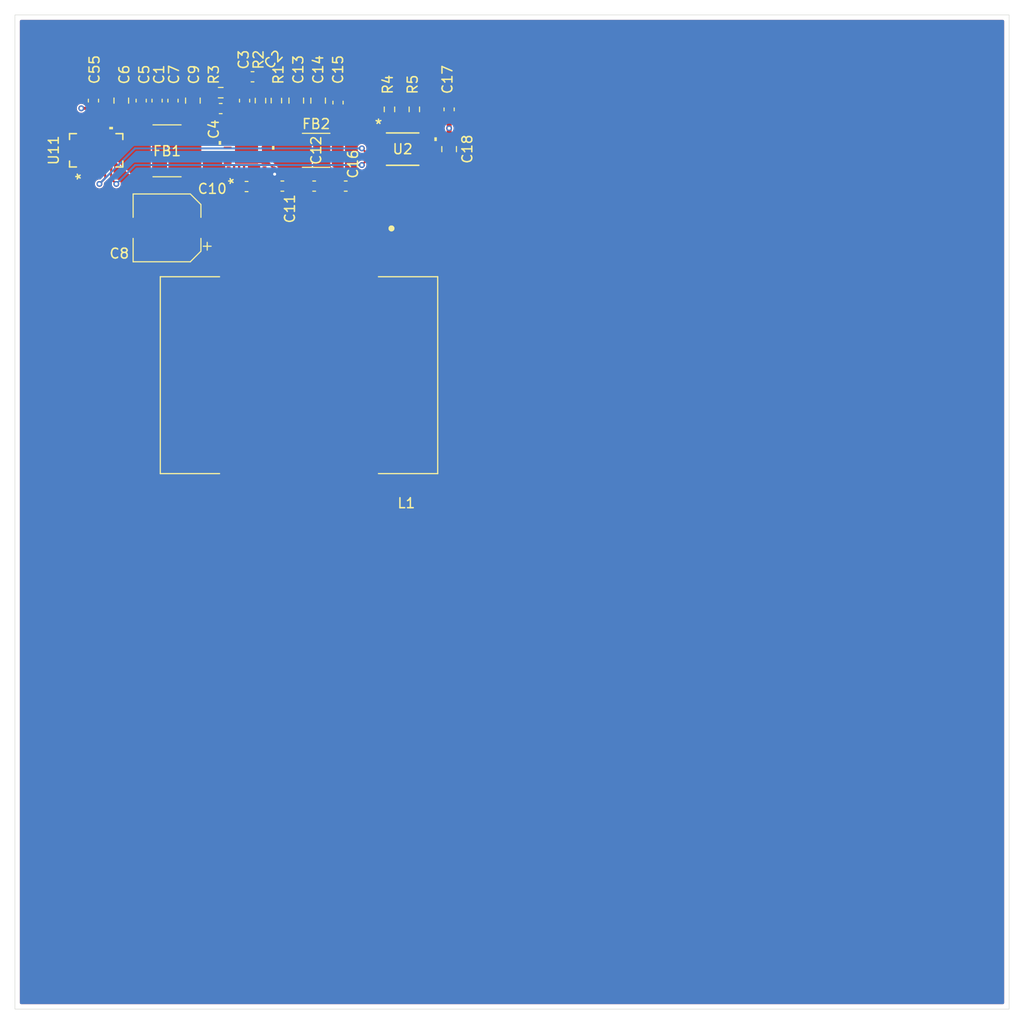
<source format=kicad_pcb>
(kicad_pcb (version 20241229) (generator "pcbnew") (generator_version "9.0")
  (layers (0 "F.Cu" power) (4 "In1.Cu" signal) (6 "In2.Cu" signal) (2 "B.Cu" power) (13 "F.Paste" user) (15 "B.Paste" user) (5 "F.SilkS" user "F.Silkscreen") (7 "B.SilkS" user "B.Silkscreen") (1 "F.Mask" user) (3 "B.Mask" user) (25 "Edge.Cuts" user))
  (net 0 "")
  (net 1 "GND")
  (net 2 "/Main/boost_a_frontend/PANEL_IN")
  (net 3 "Net-(C2-Pad2)")
  (net 4 "Net-(U1-SS)")
  (net 5 "/Main/boost_a_frontend/INTVCC")
  (net 6 "Net-(U1-VIN)")
  (net 7 "Net-(U1-BST)")
  (net 8 "Net-(C10-Pad1)")
  (net 9 "/Main/boost_a_frontend/Vout")
  (net 10 "/Main/boost_a_control/VOUT_IN")
  (net 11 "+5V")
  (net 12 "Net-(U1-RT)")
  (net 13 "Net-(U1-VC)")
  (net 14 "Net-(U1-VSET1)")
  (net 15 "/Main/SX_B.FB")
  (net 16 "Net-(U2-B)")
  (net 17 "/Main/SDA")
  (net 18 "/Main/SCL")
  (net 20 "/Main/SX_B.EN")
  (net 21 "/Main/SX_B.PGOOD")
  (net 26 "/Main/boost_a_in_sns/IN")
  (net 27 "Net-(U11-IN-)")
  (net 28 "Net-(U11-IN+)")
  (net 29 "/Main/boost_a_in_sns/PANEL_IN_ALERT")
  (footprint "Capacitor_SMD:C_0603_1608Metric" (layer "F.Cu") (at 127.5 53.32 90)
    (property "Reference" "C15" (at 3.32 0 90) (layer "F.SilkS"))
    (property "Value" "100nF")
    (fp_line (start -0.14058 -0.51) (end 0.14058 -0.51) (stroke (width 0.12)) (layer "F.SilkS"))
    (fp_line (start -0.14058 0.51) (end 0.14058 0.51) (stroke (width 0.12)) (layer "F.SilkS"))
    (pad "1" smd roundrect (at -0.775 0 90) (size 0.9 0.95) (layers "F.Cu" "F.Mask" "F.Paste") (net 10 "/Main/boost_a_control/VOUT_IN"))
    (pad "2" smd roundrect (at 0.775 0 90) (size 0.9 0.95) (layers "F.Cu" "F.Mask" "F.Paste") (net 1 "GND"))
  )
  (footprint "Capacitor_SMD:C_0805_2012Metric" (layer "F.Cu") (at 105.7 53.12 -90)
    (property "Reference" "C6" (at -2.62 -0.3 90) (layer "F.SilkS"))
    (property "Value" "10uF")
    (fp_line (start -0.261252 0.735) (end 0.261252 0.735) (stroke (width 0.12)) (layer "F.SilkS"))
    (fp_line (start -0.261252 -0.735) (end 0.261252 -0.735) (stroke (width 0.12)) (layer "F.SilkS"))
    (pad "1" smd roundrect (at -0.95 0 270) (size 1 1.45) (layers "F.Cu" "F.Mask" "F.Paste") (net 1 "GND"))
    (pad "2" smd roundrect (at 0.95 0 270) (size 1 1.45) (layers "F.Cu" "F.Mask" "F.Paste") (net 2 "/Main/boost_a_frontend/PANEL_IN"))
  )
  (footprint "Capacitor_SMD:C_0603_1608Metric" (layer "F.Cu") (at 115.7 53.92 180)
    (property "Reference" "C4" (at 0.7 -2.08 270) (layer "F.SilkS"))
    (property "Value" "2.2uF")
    (fp_line (start -0.14058 0.51) (end 0.14058 0.51) (stroke (width 0.12)) (layer "F.SilkS"))
    (fp_line (start -0.14058 -0.51) (end 0.14058 -0.51) (stroke (width 0.12)) (layer "F.SilkS"))
    (pad "1" smd roundrect (at -0.775 0 180) (size 0.9 0.95) (layers "F.Cu" "F.Mask" "F.Paste") (net 1 "GND"))
    (pad "2" smd roundrect (at 0.775 0 180) (size 0.9 0.95) (layers "F.Cu" "F.Mask" "F.Paste") (net 5 "/Main/boost_a_frontend/INTVCC"))
  )
  (footprint "Capacitor_SMD:C_2220_5750Metric" (layer "F.Cu") (at 110.3 58.17)
    (property "Reference" "FB1" (at 0 0.03 0) (layer "F.SilkS"))
    (property "Value" "FerriteBead")
    (fp_line (start -1.415748 -2.61) (end 1.415748 -2.61) (stroke (width 0.12)) (layer "F.SilkS"))
    (fp_line (start -1.415748 2.61) (end 1.415748 2.61) (stroke (width 0.12)) (layer "F.SilkS"))
    (pad "1" smd roundrect (at -2.55 0) (size 1.8 5.4) (layers "F.Cu" "F.Mask" "F.Paste") (roundrect_rratio 0.138889) (net 2 "/Main/boost_a_frontend/PANEL_IN"))
    (pad "2" smd roundrect (at 2.55 0) (size 1.8 5.4) (layers "F.Cu" "F.Mask" "F.Paste") (roundrect_rratio 0.138889) (net 6 "Net-(U1-VIN)"))
  )
  (footprint "Capacitor_SMD:C_0603_1608Metric" (layer "F.Cu") (at 102.9 53.12 -90)
    (property "Reference" "C55" (at -3.12 -0.1 90) (layer "F.SilkS"))
    (property "Value" "100nF")
    (fp_line (start -0.14058 0.51) (end 0.14058 0.51) (stroke (width 0.12)) (layer "F.SilkS"))
    (fp_line (start -0.14058 -0.51) (end 0.14058 -0.51) (stroke (width 0.12)) (layer "F.SilkS"))
    (pad "1" smd roundrect (at -0.775 0 270) (size 0.9 0.95) (layers "F.Cu" "F.Mask" "F.Paste") (net 1 "GND"))
    (pad "2" smd roundrect (at 0.775 0 270) (size 0.9 0.95) (layers "F.Cu" "F.Mask" "F.Paste") (net 11 "+5V"))
  )
  (footprint "Capacitor_SMD:CP_Elec_6.3x5.8" (layer "F.Cu") (at 110.3 65.92 180)
    (property "Reference" "C8" (at 4.8 -2.58 0) (layer "F.SilkS"))
    (property "Value" "33uF")
    (fp_line (start 3.41 3.41) (end 3.41 1.06) (stroke (width 0.12)) (layer "F.SilkS"))
    (fp_line (start 3.41 -3.41) (end 3.41 -1.06) (stroke (width 0.12)) (layer "F.SilkS"))
    (fp_line (start -2.345563 3.41) (end 3.41 3.41) (stroke (width 0.12)) (layer "F.SilkS"))
    (fp_line (start -2.345563 -3.41) (end 3.41 -3.41) (stroke (width 0.12)) (layer "F.SilkS"))
    (fp_line (start -3.41 2.345563) (end -2.345563 3.41) (stroke (width 0.12)) (layer "F.SilkS"))
    (fp_line (start -3.41 2.345563) (end -3.41 1.06) (stroke (width 0.12)) (layer "F.SilkS"))
    (fp_line (start -3.41 -2.345563) (end -2.345563 -3.41) (stroke (width 0.12)) (layer "F.SilkS"))
    (fp_line (start -3.41 -2.345563) (end -3.41 -1.06) (stroke (width 0.12)) (layer "F.SilkS"))
    (fp_line (start -4.04375 -2.24125) (end -4.04375 -1.45375) (stroke (width 0.12)) (layer "F.SilkS"))
    (fp_line (start -4.4375 -1.8475) (end -3.65 -1.8475) (stroke (width 0.12)) (layer "F.SilkS"))
    (pad "1" smd roundrect (at -2.7 0 180) (size 3.5 1.6) (layers "F.Cu" "F.Mask" "F.Paste") (roundrect_rratio 0.15625) (net 6 "Net-(U1-VIN)"))
    (pad "2" smd roundrect (at 2.7 0 180) (size 3.5 1.6) (layers "F.Cu" "F.Mask" "F.Paste") (roundrect_rratio 0.15625) (net 1 "GND"))
  )
  (footprint "Capacitor_SMD:C_0603_1608Metric" (layer "F.Cu") (at 118.1 53.12 -90)
    (property "Reference" "C3" (at -4.12 0.1 90) (layer "F.SilkS"))
    (property "Value" "100nF")
    (fp_line (start -0.14058 0.51) (end 0.14058 0.51) (stroke (width 0.12)) (layer "F.SilkS"))
    (fp_line (start -0.14058 -0.51) (end 0.14058 -0.51) (stroke (width 0.12)) (layer "F.SilkS"))
    (pad "1" smd roundrect (at -0.775 0 270) (size 0.9 0.95) (layers "F.Cu" "F.Mask" "F.Paste") (net 1 "GND"))
    (pad "2" smd roundrect (at 0.775 0 270) (size 0.9 0.95) (layers "F.Cu" "F.Mask" "F.Paste") (net 4 "Net-(U1-SS)"))
  )
  (footprint "Capacitor_SMD:C_0603_1608Metric" (layer "F.Cu") (at 110.9 53.12 -90)
    (property "Reference" "C7" (at -2.62 -0.1 90) (layer "F.SilkS"))
    (property "Value" "100nF")
    (fp_line (start -0.14058 0.51) (end 0.14058 0.51) (stroke (width 0.12)) (layer "F.SilkS"))
    (fp_line (start -0.14058 -0.51) (end 0.14058 -0.51) (stroke (width 0.12)) (layer "F.SilkS"))
    (pad "1" smd roundrect (at -0.775 0 270) (size 0.9 0.95) (layers "F.Cu" "F.Mask" "F.Paste") (net 1 "GND"))
    (pad "2" smd roundrect (at 0.775 0 270) (size 0.9 0.95) (layers "F.Cu" "F.Mask" "F.Paste") (net 6 "Net-(U1-VIN)"))
  )
  (footprint "Capacitor_SMD:C_0603_1608Metric" (layer "F.Cu") (at 107.7 53.12 -90)
    (property "Reference" "C5" (at -2.62 -0.3 90) (layer "F.SilkS"))
    (property "Value" "100nF")
    (fp_line (start -0.14058 0.51) (end 0.14058 0.51) (stroke (width 0.12)) (layer "F.SilkS"))
    (fp_line (start -0.14058 -0.51) (end 0.14058 -0.51) (stroke (width 0.12)) (layer "F.SilkS"))
    (pad "1" smd roundrect (at -0.775 0 270) (size 0.9 0.95) (layers "F.Cu" "F.Mask" "F.Paste") (net 1 "GND"))
    (pad "2" smd roundrect (at 0.775 0 270) (size 0.9 0.95) (layers "F.Cu" "F.Mask" "F.Paste") (net 2 "/Main/boost_a_frontend/PANEL_IN"))
  )
  (footprint "Capacitor_SMD:C_0805_2012Metric" (layer "F.Cu") (at 125.5 53.12 -90)
    (property "Reference" "C14" (at -3.12 0 90) (layer "F.SilkS"))
    (property "Value" "10uF")
    (fp_line (start -0.261252 0.735) (end 0.261252 0.735) (stroke (width 0.12)) (layer "F.SilkS"))
    (fp_line (start -0.261252 -0.735) (end 0.261252 -0.735) (stroke (width 0.12)) (layer "F.SilkS"))
    (pad "1" smd roundrect (at -0.95 0 270) (size 1 1.45) (layers "F.Cu" "F.Mask" "F.Paste") (net 1 "GND"))
    (pad "2" smd roundrect (at 0.95 0 270) (size 1 1.45) (layers "F.Cu" "F.Mask" "F.Paste") (net 9 "/Main/boost_a_frontend/Vout"))
  )
  (footprint "Capacitor_SMD:C_0603_1608Metric" (layer "F.Cu") (at 109.3 53.12 -90)
    (property "Reference" "C1" (at -2.62 -0.2 90) (layer "F.SilkS"))
    (property "Value" "220pF")
    (fp_line (start -0.14058 0.51) (end 0.14058 0.51) (stroke (width 0.12)) (layer "F.SilkS"))
    (fp_line (start -0.14058 -0.51) (end 0.14058 -0.51) (stroke (width 0.12)) (layer "F.SilkS"))
    (pad "1" smd roundrect (at -0.775 0 270) (size 0.9 0.95) (layers "F.Cu" "F.Mask" "F.Paste") (net 1 "GND"))
    (pad "2" smd roundrect (at 0.775 0 270) (size 0.9 0.95) (layers "F.Cu" "F.Mask" "F.Paste") (net 2 "/Main/boost_a_frontend/PANEL_IN"))
  )
  (footprint "Capacitor_SMD:C_0603_1608Metric" (layer "F.Cu") (at 138.674999 54 90)
    (property "Reference" "C17" (at 3 -0.174999 90) (layer "F.SilkS"))
    (property "Value" "100nF")
    (fp_line (start -0.14058 -0.51) (end 0.14058 -0.51) (stroke (width 0.12)) (layer "F.SilkS"))
    (fp_line (start -0.14058 0.51) (end 0.14058 0.51) (stroke (width 0.12)) (layer "F.SilkS"))
    (pad "1" smd roundrect (at -0.775 0 90) (size 0.9 0.95) (layers "F.Cu" "F.Mask" "F.Paste") (net 11 "+5V"))
    (pad "2" smd roundrect (at 0.775 0 90) (size 0.9 0.95) (layers "F.Cu" "F.Mask" "F.Paste") (net 1 "GND"))
  )
  (footprint "Capacitor_SMD:C_0805_2012Metric" (layer "F.Cu") (at 112.9 53.12 -90)
    (property "Reference" "C9" (at -2.62 -0.1 90) (layer "F.SilkS"))
    (property "Value" "10uF")
    (fp_line (start -0.261252 0.735) (end 0.261252 0.735) (stroke (width 0.12)) (layer "F.SilkS"))
    (fp_line (start -0.261252 -0.735) (end 0.261252 -0.735) (stroke (width 0.12)) (layer "F.SilkS"))
    (pad "1" smd roundrect (at -0.95 0 270) (size 1 1.45) (layers "F.Cu" "F.Mask" "F.Paste") (net 1 "GND"))
    (pad "2" smd roundrect (at 0.95 0 270) (size 1 1.45) (layers "F.Cu" "F.Mask" "F.Paste") (net 6 "Net-(U1-VIN)"))
  )
  (footprint "Capacitor_SMD:C_0805_2012Metric" (layer "F.Cu") (at 138.674999 58 -90)
    (property "Reference" "C18" (at 0 -1.825001 90) (layer "F.SilkS"))
    (property "Value" "10uF")
    (fp_line (start -0.261252 0.735) (end 0.261252 0.735) (stroke (width 0.12)) (layer "F.SilkS"))
    (fp_line (start -0.261252 -0.735) (end 0.261252 -0.735) (stroke (width 0.12)) (layer "F.SilkS"))
    (pad "1" smd roundrect (at -0.95 0 270) (size 1 1.45) (layers "F.Cu" "F.Mask" "F.Paste") (net 11 "+5V"))
    (pad "2" smd roundrect (at 0.95 0 270) (size 1 1.45) (layers "F.Cu" "F.Mask" "F.Paste") (net 1 "GND"))
  )
  (footprint "Capacitor_SMD:C_0603_1608Metric" (layer "F.Cu") (at 125.1 61.72)
    (property "Reference" "C12" (at 0.2 -3.6 90) (layer "F.SilkS"))
    (property "Value" "100nF")
    (fp_line (start -0.14058 -0.51) (end 0.14058 -0.51) (stroke (width 0.12)) (layer "F.SilkS"))
    (fp_line (start -0.14058 0.51) (end 0.14058 0.51) (stroke (width 0.12)) (layer "F.SilkS"))
    (pad "1" smd roundrect (at -0.775 0) (size 0.9 0.95) (layers "F.Cu" "F.Mask" "F.Paste") (net 9 "/Main/boost_a_frontend/Vout"))
    (pad "2" smd roundrect (at 0.775 0) (size 0.9 0.95) (layers "F.Cu" "F.Mask" "F.Paste") (net 1 "GND"))
  )
  (footprint "Resistor_SMD:R_0603_1608Metric" (layer "F.Cu") (at 121.3 53.12 -90)
    (property "Reference" "R1" (at -2.62 -0.2 90) (layer "F.SilkS"))
    (property "Value" "31.6k")
    (fp_line (start -0.237258 0.5225) (end 0.237258 0.5225) (stroke (width 0.12)) (layer "F.SilkS"))
    (fp_line (start -0.237258 -0.5225) (end 0.237258 -0.5225) (stroke (width 0.12)) (layer "F.SilkS"))
    (pad "1" smd roundrect (at -0.825 0 270) (size 0.8 0.95) (layers "F.Cu" "F.Mask" "F.Paste") (net 1 "GND"))
    (pad "2" smd roundrect (at 0.825 0 270) (size 0.8 0.95) (layers "F.Cu" "F.Mask" "F.Paste") (net 12 "Net-(U1-RT)"))
  )
  (footprint "_PowerBoard:IND_SER2918H-333KL" (layer "F.Cu") (at 123.575 80.275 180)
    (property "Reference" "L1" (at -10.795 -13.335 180) (layer "F.SilkS"))
    (property "Value" "33uH")
    (fp_line (start 13.95 9.44) (end 7.99 9.44) (stroke (width 0.127)) (layer "F.SilkS"))
    (fp_line (start 13.95 -10.36) (end 13.95 9.44) (stroke (width 0.127)) (layer "F.SilkS"))
    (fp_line (start 7.99 -10.36) (end 13.95 -10.36) (stroke (width 0.127)) (layer "F.SilkS"))
    (fp_line (start -7.99 9.44) (end -13.95 9.44) (stroke (width 0.127)) (layer "F.SilkS"))
    (fp_line (start -13.95 9.44) (end -13.95 -10.36) (stroke (width 0.127)) (layer "F.SilkS"))
    (fp_line (start -13.95 -10.36) (end -7.99 -10.36) (stroke (width 0.127)) (layer "F.SilkS"))
    (fp_circle (center -9.3 14.3) (end -9.15 14.3) (stroke (width 0.3)) (fill no) (layer "F.SilkS"))
    (fp_circle (center -9.3 14.3) (end -9.15 14.3) (stroke (width 0.3)) (fill no) (layer "F.SilkS"))
    (pad "1" smd rect (at -5.075 14.355 180) (size 5.33 5.59) (layers "F.Cu" "F.Mask" "F.Paste") (net 6 "Net-(U1-VIN)"))
    (pad "2" smd rect (at 5.075 14.355 180) (size 5.33 5.59) (layers "F.Cu" "F.Mask" "F.Paste") (net 8 "Net-(C10-Pad1)"))
    (pad "3" smd rect (at 0 -7.72 180) (size 6.35 5.28) (layers "F.Cu" "F.Mask" "F.Paste"))
  )
  (footprint "Capacitor_SMD:C_0603_1608Metric" (layer "F.Cu") (at 121.9 61.72 180)
    (property "Reference" "C11" (at -0.756897 -2.28 90) (layer "F.SilkS"))
    (property "Value" "100nF")
    (fp_line (start -0.14058 0.51) (end 0.14058 0.51) (stroke (width 0.12)) (layer "F.SilkS"))
    (fp_line (start -0.14058 -0.51) (end 0.14058 -0.51) (stroke (width 0.12)) (layer "F.SilkS"))
    (pad "1" smd roundrect (at -0.775 0 180) (size 0.9 0.95) (layers "F.Cu" "F.Mask" "F.Paste") (net 9 "/Main/boost_a_frontend/Vout"))
    (pad "2" smd roundrect (at 0.775 0 180) (size 0.9 0.95) (layers "F.Cu" "F.Mask" "F.Paste") (net 1 "GND"))
  )
  (footprint "Resistor_SMD:R_0603_1608Metric" (layer "F.Cu") (at 135.174999 54 90)
    (property "Reference" "R5" (at 2.5 -0.174999 90) (layer "F.SilkS"))
    (property "Value" "274k")
    (fp_line (start -0.237258 -0.5225) (end 0.237258 -0.5225) (stroke (width 0.12)) (layer "F.SilkS"))
    (fp_line (start -0.237258 0.5225) (end 0.237258 0.5225) (stroke (width 0.12)) (layer "F.SilkS"))
    (pad "1" smd roundrect (at -0.825 0 90) (size 0.8 0.95) (layers "F.Cu" "F.Mask" "F.Paste") (net 16 "Net-(U2-B)"))
    (pad "2" smd roundrect (at 0.825 0 90) (size 0.8 0.95) (layers "F.Cu" "F.Mask" "F.Paste") (net 1 "GND"))
  )
  (footprint "Resistor_SMD:R_0603_1608Metric" (layer "F.Cu") (at 132.674999 54 90)
    (property "Reference" "R4" (at 2.5 -0.174999 90) (layer "F.SilkS"))
    (property "Value" "15k")
    (fp_line (start -0.237258 -0.5225) (end 0.237258 -0.5225) (stroke (width 0.12)) (layer "F.SilkS"))
    (fp_line (start -0.237258 0.5225) (end 0.237258 0.5225) (stroke (width 0.12)) (layer "F.SilkS"))
    (pad "1" smd roundrect (at -0.825 0 90) (size 0.8 0.95) (layers "F.Cu" "F.Mask" "F.Paste") (net 15 "/Main/SX_B.FB"))
    (pad "2" smd roundrect (at 0.825 0 90) (size 0.8 0.95) (layers "F.Cu" "F.Mask" "F.Paste") (net 10 "/Main/boost_a_control/VOUT_IN"))
  )
  (footprint "Inductor_SMD:L_1812_4532Metric" (layer "F.Cu") (at 125.3 58.12)
    (property "Reference" "FB2" (at 0 -2.65 0) (layer "F.SilkS"))
    (property "Value" "74279252")
    (fp_line (start -1.386252 -1.71) (end 1.386252 -1.71) (stroke (width 0.12)) (layer "F.SilkS"))
    (fp_line (start -1.386252 1.71) (end 1.386252 1.71) (stroke (width 0.12)) (layer "F.SilkS"))
    (pad "1" smd roundrect (at -2.1375 0) (size 1.125 3.4) (layers "F.Cu" "F.Mask" "F.Paste") (roundrect_rratio 0.222222) (net 9 "/Main/boost_a_frontend/Vout"))
    (pad "2" smd roundrect (at 2.1375 0) (size 1.125 3.4) (layers "F.Cu" "F.Mask" "F.Paste") (roundrect_rratio 0.222222) (net 10 "/Main/boost_a_control/VOUT_IN"))
  )
  (footprint "Resistor_SMD:R_0603_1608Metric" (layer "F.Cu") (at 119.7 53.12 -90)
    (property "Reference" "R2" (at -4.12 0.2 90) (layer "F.SilkS"))
    (property "Value" "60.4k")
    (fp_line (start -0.237258 0.5225) (end 0.237258 0.5225) (stroke (width 0.12)) (layer "F.SilkS"))
    (fp_line (start -0.237258 -0.5225) (end 0.237258 -0.5225) (stroke (width 0.12)) (layer "F.SilkS"))
    (pad "1" smd roundrect (at -0.825 0 270) (size 0.8 0.95) (layers "F.Cu" "F.Mask" "F.Paste") (net 3 "Net-(C2-Pad2)"))
    (pad "2" smd roundrect (at 0.825 0 270) (size 0.8 0.95) (layers "F.Cu" "F.Mask" "F.Paste") (net 13 "Net-(U1-VC)"))
  )
  (footprint "_PowerBoard:REL0014A_PINA745AIRELR_TEX" (layer "F.Cu") (at 103.175 58.1178 90)
    (property "Reference" "U11" (at 0 -4.275 90) (layer "F.SilkS"))
    (property "Value" "PINA745AIRELR")
    (fp_line (start 1.6764 -2.6797) (end 1.085139 -2.6797) (stroke (width 0.1524)) (layer "F.SilkS"))
    (fp_line (start -1.085139 -2.6797) (end -1.6764 -2.6797) (stroke (width 0.1524)) (layer "F.SilkS"))
    (fp_line (start -1.6764 -2.6797) (end -1.6764 -1.98514) (stroke (width 0.1524)) (layer "F.SilkS"))
    (fp_line (start 1.6764 -1.98514) (end 1.6764 -2.6797) (stroke (width 0.1524)) (layer "F.SilkS"))
    (fp_line (start -1.6764 1.98514) (end -1.6764 2.6797) (stroke (width 0.1524)) (layer "F.SilkS"))
    (fp_line (start 1.6764 2.6797) (end 1.6764 1.98514) (stroke (width 0.1524)) (layer "F.SilkS"))
    (fp_line (start 1.085139 2.6797) (end 1.6764 2.6797) (stroke (width 0.1524)) (layer "F.SilkS"))
    (fp_line (start -1.6764 2.6797) (end -1.085139 2.6797) (stroke (width 0.1524)) (layer "F.SilkS"))
    (fp_poly (pts (xy 2.3622 1.3095) (xy 2.3622 1.6905) (xy 2.1082 1.6905) (xy 2.1082 1.3095)) (fill yes) (layer "F.SilkS"))
    (fp_text user "*" (at -2.6416 -1.5 90) (layer "F.SilkS"))
    (pad "1" smd rect (at -1.4478 -1.5 180) (size 0.3048 0.8128) (layers "F.Cu" "F.Mask" "F.Paste") (net 28 "Net-(U11-IN+)"))
    (pad "2" smd rect (at -1.4478 -0.900001 180) (size 0.3048 0.8128) (layers "F.Cu" "F.Mask" "F.Paste") (net 28 "Net-(U11-IN+)"))
    (pad "3" smd rect (at -1.4478 -0.299999 180) (size 0.3048 0.8128) (layers "F.Cu" "F.Mask" "F.Paste") (net 1 "GND"))
    (pad "4" smd rect (at -1.4478 0.299999 180) (size 0.3048 0.8128) (layers "F.Cu" "F.Mask" "F.Paste") (net 1 "GND"))
    (pad "5" smd rect (at -1.4478 0.900001 180) (size 0.3048 0.8128) (layers "F.Cu" "F.Mask" "F.Paste") (net 17 "/Main/SDA"))
    (pad "6" smd rect (at -1.4478 1.5 180) (size 0.3048 0.8128) (layers "F.Cu" "F.Mask" "F.Paste") (net 18 "/Main/SCL"))
    (pad "7" smd custom (at 0 2.4511 90) (size 0.3048 0.8128) (layers "F.Cu" "F.Mask" "F.Paste") (net 2 "/Main/boost_a_frontend/PANEL_IN") (options (clearance outline) (anchor rect)) (primitives (gr_poly (pts (xy -0.447599 0.4064) (xy -0.447599 -0.4064) (xy -0.1524 -0.4064) (xy -0.1524 0.4064) (xy 0.1524 0.4064) (xy 0.1524 -0.4064) (xy 0.447599 -0.4064) (xy 0.447599 0.4064) (xy 0.752399 0.4064) (xy 0.752348 -0.854456) (xy -0.752348 -0.854456) (xy -0.752399 0.4064)) (width 0) (fill yes))))
    (pad "8" smd rect (at 1.4478 1.5 180) (size 0.3048 0.8128) (layers "F.Cu" "F.Mask" "F.Paste") (net 27 "Net-(U11-IN-)"))
    (pad "9" smd rect (at 1.4478 0.900001 180) (size 0.3048 0.8128) (layers "F.Cu" "F.Mask" "F.Paste") (net 27 "Net-(U11-IN-)"))
    (pad "10" smd rect (at 1.4478 0.299999 180) (size 0.3048 0.8128) (layers "F.Cu" "F.Mask" "F.Paste") (net 29 "/Main/boost_a_in_sns/PANEL_IN_ALERT"))
    (pad "11" smd rect (at 1.4478 -0.299999 180) (size 0.3048 0.8128) (layers "F.Cu" "F.Mask" "F.Paste") (net 11 "+5V"))
    (pad "12" smd rect (at 1.4478 -0.900001 180) (size 0.3048 0.8128) (layers "F.Cu" "F.Mask" "F.Paste") (net 1 "GND"))
    (pad "13" smd rect (at 1.4478 -1.5 180) (size 0.3048 0.8128) (layers "F.Cu" "F.Mask" "F.Paste") (net 26 "/Main/boost_a_in_sns/IN"))
    (pad "14" smd custom (at 0 -2.4511 90) (size 0.3048 0.8128) (layers "F.Cu" "F.Mask" "F.Paste") (net 26 "/Main/boost_a_in_sns/IN") (options (clearance outline) (anchor rect)) (primitives (gr_poly (pts (xy -0.752399 -0.4064) (xy -0.752399 0.856393) (xy 0.752399 0.856393) (xy 0.752399 -0.4064) (xy 0.447599 -0.4064) (xy 0.447599 0.4064) (xy 0.1524 0.4064) (xy 0.1524 -0.4064) (xy -0.1524 -0.4064) (xy -0.1524 0.4064) (xy -0.447599 0.4064) (xy -0.447599 -0.4064)) (width 0) (fill yes))))
  )
  (footprint "Resistor_SMD:R_0603_1608Metric" (layer "F.Cu") (at 115.7 52.32)
    (property "Reference" "R3" (at -0.7 -1.82 90) (layer "F.SilkS"))
    (property "Value" "33.6k")
    (fp_line (start -0.237258 -0.5225) (end 0.237258 -0.5225) (stroke (width 0.12)) (layer "F.SilkS"))
    (fp_line (start -0.237258 0.5225) (end 0.237258 0.5225) (stroke (width 0.12)) (layer "F.SilkS"))
    (pad "1" smd roundrect (at -0.825 0) (size 0.8 0.95) (layers "F.Cu" "F.Mask" "F.Paste") (net 5 "/Main/boost_a_frontend/INTVCC"))
    (pad "2" smd roundrect (at 0.825 0) (size 0.8 0.95) (layers "F.Cu" "F.Mask" "F.Paste") (net 14 "Net-(U1-VSET1)"))
  )
  (footprint "_PowerBoard:RM_10_ADI" (layer "F.Cu") (at 134 57.999999)
    (property "Reference" "U2" (at 0 0 0) (layer "F.SilkS"))
    (property "Value" "AD5259BRMZ100")
    (fp_line (start -1.627 1.627) (end 1.627 1.627) (stroke (width 0.1524)) (layer "F.SilkS"))
    (fp_line (start 1.627 -1.627) (end -1.627 -1.627) (stroke (width 0.1524)) (layer "F.SilkS"))
    (fp_poly (pts (xy 3.438599 -1.190501) (xy 3.438599 -0.809501) (xy 3.184599 -0.809501) (xy 3.184599 -1.190501)) (fill yes) (layer "F.SilkS"))
    (fp_text user "*" (at -2.428999 -2.473 0) (layer "F.SilkS"))
    (pad "1" smd rect (at -2.174999 -1.000001) (size 1.5112 0.33) (layers "F.Cu" "F.Mask" "F.Paste") (net 15 "/Main/SX_B.FB"))
    (pad "2" smd rect (at -2.174999 -0.499999) (size 1.5112 0.33) (layers "F.Cu" "F.Mask" "F.Paste"))
    (pad "3" smd rect (at -2.174999 0) (size 1.5112 0.33) (layers "F.Cu" "F.Mask" "F.Paste"))
    (pad "4" smd rect (at -2.174999 0.499999) (size 1.5112 0.33) (layers "F.Cu" "F.Mask" "F.Paste") (net 17 "/Main/SDA"))
    (pad "5" smd rect (at -2.174999 1.000001) (size 1.5112 0.33) (layers "F.Cu" "F.Mask" "F.Paste") (net 18 "/Main/SCL"))
    (pad "6" smd rect (at 2.174999 1.000001) (size 1.5112 0.33) (layers "F.Cu" "F.Mask" "F.Paste") (net 11 "+5V"))
    (pad "7" smd rect (at 2.174999 0.499999) (size 1.5112 0.33) (layers "F.Cu" "F.Mask" "F.Paste") (net 1 "GND"))
    (pad "8" smd rect (at 2.174999 0) (size 1.5112 0.33) (layers "F.Cu" "F.Mask" "F.Paste") (net 11 "+5V"))
    (pad "9" smd rect (at 2.174999 -0.499999) (size 1.5112 0.33) (layers "F.Cu" "F.Mask" "F.Paste") (net 16 "Net-(U2-B)"))
    (pad "10" smd rect (at 2.174999 -1.000001) (size 1.5112 0.33) (layers "F.Cu" "F.Mask" "F.Paste") (net 15 "/Main/SX_B.FB"))
  )
  (footprint "Capacitor_SMD:C_0603_1608Metric" (layer "F.Cu") (at 128.275 61.72 180)
    (property "Reference" "C16" (at -0.725 2.22 90) (layer "F.SilkS"))
    (property "Value" "220pF")
    (fp_line (start -0.14058 0.51) (end 0.14058 0.51) (stroke (width 0.12)) (layer "F.SilkS"))
    (fp_line (start -0.14058 -0.51) (end 0.14058 -0.51) (stroke (width 0.12)) (layer "F.SilkS"))
    (pad "1" smd roundrect (at -0.775 0 180) (size 0.9 0.95) (layers "F.Cu" "F.Mask" "F.Paste") (net 1 "GND"))
    (pad "2" smd roundrect (at 0.775 0 180) (size 0.9 0.95) (layers "F.Cu" "F.Mask" "F.Paste") (net 10 "/Main/boost_a_control/VOUT_IN"))
  )
  (footprint "Capacitor_SMD:C_0603_1608Metric" (layer "F.Cu") (at 118.3 61.7611 180)
    (property "Reference" "C10" (at 3.45 -0.230329 0) (layer "F.SilkS"))
    (property "Value" "100nF")
    (fp_line (start -0.14058 0.51) (end 0.14058 0.51) (stroke (width 0.12)) (layer "F.SilkS"))
    (fp_line (start -0.14058 -0.51) (end 0.14058 -0.51) (stroke (width 0.12)) (layer "F.SilkS"))
    (pad "1" smd roundrect (at -0.775 0 180) (size 0.9 0.95) (layers "F.Cu" "F.Mask" "F.Paste") (net 8 "Net-(C10-Pad1)"))
    (pad "2" smd roundrect (at 0.775 0 180) (size 0.9 0.95) (layers "F.Cu" "F.Mask" "F.Paste") (net 7 "Net-(U1-BST)"))
  )
  (footprint "Capacitor_SMD:C_0603_1608Metric" (layer "F.Cu") (at 118.9 50.72)
    (property "Reference" "C2" (at 2.1 -1.72 45) (layer "F.SilkS"))
    (property "Value" "3.3nF")
    (fp_line (start -0.14058 -0.51) (end 0.14058 -0.51) (stroke (width 0.12)) (layer "F.SilkS"))
    (fp_line (start -0.14058 0.51) (end 0.14058 0.51) (stroke (width 0.12)) (layer "F.SilkS"))
    (pad "1" smd roundrect (at -0.775 0) (size 0.9 0.95) (layers "F.Cu" "F.Mask" "F.Paste") (net 1 "GND"))
    (pad "2" smd roundrect (at 0.775 0) (size 0.9 0.95) (layers "F.Cu" "F.Mask" "F.Paste") (net 3 "Net-(C2-Pad2)"))
  )
  (footprint "Capacitor_SMD:C_0805_2012Metric" (layer "F.Cu") (at 123.3 53.12 -90)
    (property "Reference" "C13" (at -3.12 -0.2 90) (layer "F.SilkS"))
    (property "Value" "10uF")
    (fp_line (start -0.261252 0.735) (end 0.261252 0.735) (stroke (width 0.12)) (layer "F.SilkS"))
    (fp_line (start -0.261252 -0.735) (end 0.261252 -0.735) (stroke (width 0.12)) (layer "F.SilkS"))
    (pad "1" smd roundrect (at -0.95 0 270) (size 1 1.45) (layers "F.Cu" "F.Mask" "F.Paste") (net 1 "GND"))
    (pad "2" smd roundrect (at 0.95 0 270) (size 1 1.45) (layers "F.Cu" "F.Mask" "F.Paste") (net 9 "/Main/boost_a_frontend/Vout"))
  )
  (footprint "_PowerBoard:05-08-7040_ADI" (layer "F.Cu") (at 118.3 58.12 90)
    (property "Reference" "U1" (hide yes))
    (property "Value" "LT8342RV-TRMPBF")
    (fp_poly (pts (xy 0.559501 -2.5527) (xy 0.559501 -2.8067) (xy 0.940501 -2.8067) (xy 0.940501 -2.5527)) (fill yes) (layer "F.SilkS"))
    (fp_poly (pts (xy 0.059499 2.5527) (xy 0.059499 2.8067) (xy 0.4405 2.8067) (xy 0.4405 2.5527)) (fill yes) (layer "F.SilkS"))
    (fp_text user "*" (at -3.0861 -1.25 90) (layer "F.SilkS"))
    (pad "1" smd rect (at -1.905 -1.25 180) (size 0.2286 0.7874) (layers "F.Cu" "F.Mask" "F.Paste"))
    (pad "2" smd rect (at -1.905 -0.750001 180) (size 0.2286 0.7874) (layers "F.Cu" "F.Mask" "F.Paste"))
    (pad "3" smd rect (at -1.905 -0.25 180) (size 0.2286 0.7874) (layers "F.Cu" "F.Mask" "F.Paste") (net 7 "Net-(U1-BST)"))
    (pad "4" smd rect (at -1.905 0.25 180) (size 0.2286 0.7874) (layers "F.Cu" "F.Mask" "F.Paste") (net 8 "Net-(C10-Pad1)"))
    (pad "5" smd rect (at -1.905 0.750001 180) (size 0.2286 0.7874) (layers "F.Cu" "F.Mask" "F.Paste") (net 8 "Net-(C10-Pad1)"))
    (pad "6" smd rect (at -1.905 1.25 180) (size 0.2286 0.7874) (layers "F.Cu" "F.Mask" "F.Paste") (net 8 "Net-(C10-Pad1)"))
    (pad "7" smd rect (at -1.25 1.905 90) (size 0.2286 0.7874) (layers "F.Cu" "F.Mask" "F.Paste") (net 1 "GND"))
    (pad "8" smd rect (at -0.750001 1.905 90) (size 0.2286 0.7874) (layers "F.Cu" "F.Mask" "F.Paste") (net 9 "/Main/boost_a_frontend/Vout"))
    (pad "9" smd rect (at -0.25 1.905 90) (size 0.2286 0.7874) (layers "F.Cu" "F.Mask" "F.Paste") (net 9 "/Main/boost_a_frontend/Vout"))
    (pad "10" smd rect (at 0.25 1.905 90) (size 0.2286 0.7874) (layers "F.Cu" "F.Mask" "F.Paste") (net 9 "/Main/boost_a_frontend/Vout"))
    (pad "11" smd rect (at 0.750001 1.905 90) (size 0.2286 0.7874) (layers "F.Cu" "F.Mask" "F.Paste") (net 9 "/Main/boost_a_frontend/Vout"))
    (pad "12" smd rect (at 1.25 1.905 90) (size 0.2286 0.7874) (layers "F.Cu" "F.Mask" "F.Paste") (net 1 "GND"))
    (pad "13" smd rect (at 1.905 1.25 180) (size 0.2286 0.7874) (layers "F.Cu" "F.Mask" "F.Paste") (net 15 "/Main/SX_B.FB"))
    (pad "14" smd rect (at 1.905 0.750001 180) (size 0.2286 0.7874) (layers "F.Cu" "F.Mask" "F.Paste") (net 14 "Net-(U1-VSET1)"))
    (pad "15" smd rect (at 1.905 0.25 180) (size 0.2286 0.7874) (layers "F.Cu" "F.Mask" "F.Paste") (net 1 "GND"))
    (pad "16" smd rect (at 1.905 -0.25 180) (size 0.2286 0.7874) (layers "F.Cu" "F.Mask" "F.Paste") (net 1 "GND"))
    (pad "17" smd rect (at 1.905 -0.750001 180) (size 0.2286 0.7874) (layers "F.Cu" "F.Mask" "F.Paste") (net 12 "Net-(U1-RT)"))
    (pad "18" smd rect (at 1.905 -1.25 180) (size 0.2286 0.7874) (layers "F.Cu" "F.Mask" "F.Paste") (net 13 "Net-(U1-VC)"))
    (pad "19" smd rect (at 1.25 -1.905 90) (size 0.2286 0.7874) (layers "F.Cu" "F.Mask" "F.Paste") (net 4 "Net-(U1-SS)"))
    (pad "20" smd rect (at 0.750001 -1.905 90) (size 0.2286 0.7874) (layers "F.Cu" "F.Mask" "F.Paste") (net 5 "/Main/boost_a_frontend/INTVCC"))
    (pad "21" smd rect (at 0.25 -1.905 90) (size 0.2286 0.7874) (layers "F.Cu" "F.Mask" "F.Paste") (net 21 "/Main/SX_B.PGOOD"))
    (pad "22" smd rect (at -0.25 -1.905 90) (size 0.2286 0.7874) (layers "F.Cu" "F.Mask" "F.Paste") (net 20 "/Main/SX_B.EN"))
    (pad "23" smd rect (at -0.750001 -1.905 90) (size 0.2286 0.7874) (layers "F.Cu" "F.Mask" "F.Paste") (net 6 "Net-(U1-VIN)"))
    (pad "24" smd rect (at -1.25 -1.905 90) (size 0.2286 0.7874) (layers "F.Cu" "F.Mask" "F.Paste"))
    (pad "25" smd rect (at 0 0 90) (size 2.6924 2.3114) (layers "F.Cu" "F.Mask" "F.Paste") (net 1 "GND"))
    (pad "26" smd rect (at -1.8034 -1.8034 90) (size 0.381 0.381) (layers "F.Cu" "F.Mask" "F.Paste"))
    (pad "27" smd rect (at -1.8034 1.8034 90) (size 0.381 0.381) (layers "F.Cu" "F.Mask" "F.Paste"))
    (pad "28" smd rect (at 1.8034 1.8034 90) (size 0.381 0.381) (layers "F.Cu" "F.Mask" "F.Paste"))
    (pad "29" smd rect (at 1.8034 -1.8034 90) (size 0.381 0.381) (layers "F.Cu" "F.Mask" "F.Paste"))
  )
  (gr_rect (start 95 44.5) (end 195 144.5) (stroke (width 0.05)) (fill no) (layer "Edge.Cuts"))
  (segment (start 121.125 60.52) (end 121.125 61.72) (width 0.2) (layer "F.Cu") (net 1))
  (segment (start 120.4844 59.37) (end 121.125 60.0106) (width 0.2) (layer "F.Cu") (net 1))
  (segment (start 120.205 59.37) (end 120.4844 59.37) (width 0.2) (layer "F.Cu") (net 1))
  (segment (start 121.125 60.0106) (end 121.125 60.52) (width 0.2) (layer "F.Cu") (net 1))
  (via (at 121.125 60.52) (size 0.6) (drill 0.3) (layers "F.Cu" "B.Cu") (net 1))
  (segment (start 119.675 50.72) (end 119.675 52.27) (width 0.5) (layer "F.Cu") (net 3))
  (segment (start 119.675 52.27) (end 119.7 52.295) (width 0.5) (layer "F.Cu") (net 3))
  (segment (start 115.95 56.045) (end 118.1 53.895) (width 0.15) (layer "F.Cu") (net 4))
  (segment (start 115.95 56.753) (end 115.95 56.045) (width 0.15) (layer "F.Cu") (net 4))
  (segment (start 116.067 56.87) (end 115.95 56.753) (width 0.15) (layer "F.Cu") (net 4))
  (segment (start 116.395 56.87) (end 116.067 56.87) (width 0.15) (layer "F.Cu") (net 4))
  (segment (start 115.784999 57.369999) (end 114.925 56.51) (width 0.2) (layer "F.Cu") (net 5))
  (segment (start 114.925 56.51) (end 114.925 53.92) (width 0.2) (layer "F.Cu") (net 5))
  (segment (start 114.875 53.87) (end 114.925 53.92) (width 0.5) (layer "F.Cu") (net 5))
  (segment (start 114.875 52.32) (end 114.875 53.87) (width 0.5) (layer "F.Cu") (net 5))
  (segment (start 116.395 57.369999) (end 115.784999 57.369999) (width 0.2) (layer "F.Cu") (net 5))
  (segment (start 113.550001 58.870001) (end 112.85 58.17) (width 0.3) (layer "F.Cu") (net 6))
  (segment (start 116.395 58.870001) (end 113.550001 58.870001) (width 0.3) (layer "F.Cu") (net 6))
  (segment (start 118.05 60.025) (end 118.05 61.2361) (width 0.2) (layer "F.Cu") (net 7))
  (segment (start 118.05 61.2361) (end 117.525 61.7611) (width 0.2) (layer "F.Cu") (net 7))
  (segment (start 128.42 53.175) (end 132.674999 53.175) (width 0.3) (layer "F.Cu") (net 10))
  (segment (start 128.42 53.175) (end 127.5 54.095) (width 0.3) (layer "F.Cu") (net 10))
  (segment (start 138.674999 57.05) (end 137.725 57.999999) (width 0.2) (layer "F.Cu") (net 11))
  (segment (start 102.875001 56.67) (end 102.875001 53.919999) (width 0.3) (layer "F.Cu") (net 11))
  (segment (start 138.674999 55.9) (end 138.674999 57.05) (width 0.5) (layer "F.Cu") (net 11))
  (segment (start 138.674999 54.775) (end 138.674999 55.9) (width 0.5) (layer "F.Cu") (net 11))
  (segment (start 137.197597 59) (end 137.274999 58.922598) (width 0.2) (layer "F.Cu") (net 11))
  (segment (start 137.274999 58.922598) (end 137.274999 57.999999) (width 0.2) (layer "F.Cu") (net 11))
  (segment (start 136.174999 59) (end 137.197597 59) (width 0.2) (layer "F.Cu") (net 11))
  (segment (start 102.9 53.895) (end 101.675 53.895) (width 0.3) (layer "F.Cu") (net 11))
  (segment (start 102.875001 53.919999) (end 102.9 53.895) (width 0.3) (layer "F.Cu") (net 11))
  (segment (start 137.725 57.999999) (end 137.274999 57.999999) (width 0.2) (layer "F.Cu") (net 11))
  (segment (start 137.274999 57.999999) (end 136.174999 57.999999) (width 0.2) (layer "F.Cu") (net 11))
  (via (at 138.674999 55.9) (size 0.6) (drill 0.3) (layers "F.Cu" "B.Cu") (net 11))
  (via (at 101.675 53.895) (size 0.6) (drill 0.3) (layers "F.Cu" "B.Cu") (net 11))
  (segment (start 119.154744 55.022) (end 119.156744 55.02) (width 0.15) (layer "F.Cu") (net 12))
  (segment (start 119.156744 55.02) (end 120.225 55.02) (width 0.15) (layer "F.Cu") (net 12))
  (segment (start 120.225 55.02) (end 121.3 53.945) (width 0.15) (layer "F.Cu") (net 12))
  (segment (start 117.549999 56.215) (end 117.549999 55.636744) (width 0.15) (layer "F.Cu") (net 12))
  (segment (start 117.549999 55.636744) (end 118.164743 55.022) (width 0.15) (layer "F.Cu") (net 12))
  (segment (start 118.164743 55.022) (end 119.154744 55.022) (width 0.15) (layer "F.Cu") (net 12))
  (segment (start 118.999 54.646) (end 119.7 53.945) (width 0.2) (layer "F.Cu") (net 13))
  (segment (start 117.05 55.604999) (end 118.008999 54.646) (width 0.2) (layer "F.Cu") (net 13))
  (segment (start 118.008999 54.646) (end 118.999 54.646) (width 0.2) (layer "F.Cu") (net 13))
  (segment (start 117.05 56.215) (end 117.05 55.604999) (width 0.2) (layer "F.Cu") (net 13))
  (segment (start 122.076 54.358064) (end 122.076 53.531936) (width 0.15) (layer "F.Cu") (net 14))
  (segment (start 121.688064 53.144) (end 117.349 53.144) (width 0.15) (layer "F.Cu") (net 14))
  (segment (start 120.986064 55.448) (end 122.076 54.358064) (width 0.15) (layer "F.Cu") (net 14))
  (segment (start 122.076 53.531936) (end 121.688064 53.144) (width 0.15) (layer "F.Cu") (net 14))
  (segment (start 119.223301 55.448) (end 120.986064 55.448) (width 0.15) (layer "F.Cu") (net 14))
  (segment (start 119.050001 56.215) (end 119.050001 55.6213) (width 0.15) (layer "F.Cu") (net 14))
  (segment (start 119.050001 55.6213) (end 119.223301 55.448) (width 0.15) (layer "F.Cu") (net 14))
  (segment (start 117.349 53.144) (end 116.525 52.32) (width 0.15) (layer "F.Cu") (net 14))
  (segment (start 130.649003 55.824) (end 130.676 55.824) (width 0.2) (layer "F.Cu") (net 15))
  (segment (start 131.825001 56.999998) (end 132.500001 56.999998) (width 0.2) (layer "F.Cu") (net 15))
  (segment (start 119.55 56.02) (end 119.746 55.824) (width 0.2) (layer "F.Cu") (net 15))
  (segment (start 130.649003 55.824) (end 121.154 55.824) (width 0.2) (layer "F.Cu") (net 15))
  (segment (start 136.174999 56.999998) (end 131.825001 56.999998) (width 0.2) (layer "F.Cu") (net 15))
  (segment (start 119.55 56.215) (end 119.55 56.02) (width 0.2) (layer "F.Cu") (net 15))
  (segment (start 131.825001 56.999998) (end 130.649003 55.824) (width 0.2) (layer "F.Cu") (net 15))
  (segment (start 131.675 54.825) (end 132.674999 54.825) (width 0.2) (layer "F.Cu") (net 15))
  (segment (start 119.746 55.824) (end 121.154 55.824) (width 0.2) (layer "F.Cu") (net 15))
  (segment (start 130.676 55.824) (end 131.675 54.825) (width 0.2) (layer "F.Cu") (net 15))
  (segment (start 137.197597 57.5) (end 137.231599 57.465998) (width 0.2) (layer "F.Cu") (net 16))
  (segment (start 135.649999 54.825) (end 135.174999 54.825) (width 0.2) (layer "F.Cu") (net 16))
  (segment (start 137.231599 57.465998) (end 137.231599 56.4066) (width 0.2) (layer "F.Cu") (net 16))
  (segment (start 136.174999 57.5) (end 137.197597 57.5) (width 0.2) (layer "F.Cu") (net 16))
  (segment (start 137.231599 56.4066) (end 135.649999 54.825) (width 0.2) (layer "F.Cu") (net 16))
  (segment (start 104.075001 60.924999) (end 103.5 61.5) (width 0.2) (layer "F.Cu") (net 17))
  (segment (start 130.474999 58.499998) (end 129.9 57.924999) (width 0.2) (layer "F.Cu") (net 17))
  (segment (start 131.834398 58.499998) (end 130.474999 58.499998) (width 0.2) (layer "F.Cu") (net 17))
  (segment (start 104.075001 59.5656) (end 104.075001 60.924999) (width 0.2) (layer "F.Cu") (net 17))
  (segment (start 131.8344 58.5) (end 131.834398 58.499998) (width 0.2) (layer "F.Cu") (net 17))
  (via (at 129.9 57.924999) (size 0.6) (drill 0.3) (layers "F.Cu" "B.Cu") (net 17))
  (via (at 103.5 61.5) (size 0.6) (drill 0.3) (layers "F.Cu" "B.Cu") (net 17))
  (segment (start 103.5 61.5) (end 107.075001 57.924999) (width 0.2) (layer "B.Cu") (net 17))
  (segment (start 107.075001 57.924999) (end 129.9 57.924999) (width 0.2) (layer "B.Cu") (net 17))
  (segment (start 104.675 59.5656) (end 104.675 60.975) (width 0.2) (layer "F.Cu") (net 18))
  (segment (start 131.7594 59) (end 130.5 59) (width 0.2) (layer "F.Cu") (net 18))
  (segment (start 130.5 59) (end 129.9 59.6) (width 0.2) (layer "F.Cu") (net 18))
  (segment (start 104.675 60.975) (end 105.2 61.5) (width 0.2) (layer "F.Cu") (net 18))
  (via (at 129.9 59.6) (size 0.6) (drill 0.3) (layers "F.Cu" "B.Cu") (net 18))
  (via (at 105.2 61.5) (size 0.6) (drill 0.3) (layers "F.Cu" "B.Cu") (net 18))
  (segment (start 107.1 59.6) (end 105.2 61.5) (width 0.2) (layer "B.Cu") (net 18))
  (segment (start 129.9 59.6) (end 107.1 59.6) (width 0.2) (layer "B.Cu") (net 18))
  (segment (start 104.075001 56.67) (end 104.675 56.67) (width 0.3) (layer "F.Cu") (net 27))
  (segment (start 101.675 59.5656) (end 102.274999 59.5656) (width 0.3) (layer "F.Cu") (net 28))
  (zone (net 1) (net_name "GND") (layer "F.Cu") (priority 12) (connect_pads yes (clearance 0)) (min_thickness 0.25) (fill yes (thermal_gap 0.5) (thermal_bridge_width 0.5))
    (polygon (pts (xy 117.15 56.82) (xy 117.55 56.82) (xy 117.85 56.52) (xy 117.85 55.82) (xy 118.75 55.82) (xy 118.75 56.52) (xy 118.95 56.72) (xy 119.95 56.72) (xy 119.95 57.02) (xy 119.75 57.02) (xy 119.45 57.32) (xy 119.45 58.92) (xy 119.75 59.22) (xy 119.85 59.22) (xy 119.85 59.42) (xy 117.15 59.42)))
  )
  (zone (net 2) (net_name "/Main/boost_a_frontend/PANEL_IN") (layer "F.Cu") (priority 4) (connect_pads yes (clearance 0)) (min_thickness 0.25) (fill yes (thermal_gap 0.5) (thermal_bridge_width 0.5))
    (polygon (pts (xy 105.05 54.895) (xy 105.05 53.42) (xy 109.85 53.42) (xy 109.85 55.02) (xy 108.65 55.82) (xy 108.65 60.82) (xy 107.05 60.82) (xy 105.05 58.995)))
  )
  (zone (net 1) (net_name "GND") (layer "F.Cu") (connect_pads (clearance 0)) (min_thickness 0.25) (fill yes (thermal_gap 0.5) (thermal_bridge_width 0.5) (island_removal_mode 2) (island_area_min 10))
    (polygon (pts (xy 95 44.5) (xy 195 44.5) (xy 195 144.5) (xy 95 144.5)))
  )
  (zone (net 8) (net_name "Net-(C10-Pad1)") (layer "F.Cu") (priority 7) (connect_pads yes (clearance 0)) (min_thickness 0.25) (fill yes (thermal_gap 0.5) (thermal_bridge_width 0.5) (smoothing fillet) (radius 0.1))
    (polygon (pts (xy 115.65 62.92) (xy 117.85 62.92) (xy 118.45 62.32) (xy 118.45 59.62) (xy 119.65 59.62) (xy 119.65 62.32) (xy 120.25 62.82) (xy 121.25 62.82) (xy 121.25 68.82) (xy 115.65 68.82)))
  )
  (zone (net 10) (net_name "/Main/boost_a_control/VOUT_IN") (layer "F.Cu") (priority 8) (connect_pads yes (clearance 0)) (min_thickness 0.25) (fill yes (thermal_gap 0.5) (thermal_bridge_width 0.5))
    (polygon (pts (xy 127.05 53.62) (xy 128.05 53.62) (xy 128.05 62.22) (xy 127.05 62.22)))
  )
  (zone (net 9) (net_name "/Main/boost_a_frontend/Vout") (layer "F.Cu") (priority 5) (connect_pads yes (clearance 0)) (min_thickness 0.25) (fill yes (thermal_gap 0.5) (thermal_bridge_width 0.5))
    (polygon (pts (xy 120.65 59.02) (xy 119.85 59.02) (xy 119.85 57.22) (xy 120.65 57.22) (xy 122.65 55.22) (xy 122.65 53.62) (xy 126.25 53.62) (xy 126.25 55.42) (xy 124.85 56.82) (xy 124.85 62.22) (xy 122.25 62.22) (xy 122.25 60.62)))
  )
  (zone (net 6) (net_name "Net-(U1-VIN)") (layer "F.Cu") (priority 6) (connect_pads yes (clearance 0)) (min_thickness 0.25) (fill yes (thermal_gap 0.5) (thermal_bridge_width 0.5))
    (polygon (pts (xy 110.45 53.191429) (xy 113.65 53.191429) (xy 113.65 60.791429) (xy 114.85 61.991429) (xy 114.85 68.741429) (xy 115.5 69.391429) (xy 121.357143 69.391429) (xy 122.05 68.698572) (xy 122.05 63.42) (xy 122.656897 62.791429) (xy 131.65 62.791429) (xy 131.65 70.466429) (xy 128.925 73.191429) (xy 113.25 73.191429) (xy 110.45 70.391429)))
  )
  (zone (net 1) (net_name "GND") (layer "B.Cu") (priority 15) (connect_pads yes (clearance 0)) (min_thickness 0.25) (fill yes (thermal_gap 0.5) (thermal_bridge_width 0.5))
    (polygon (pts (xy 95 44) (xy 195 44) (xy 195 145) (xy 95 145)))
  )
)
</source>
